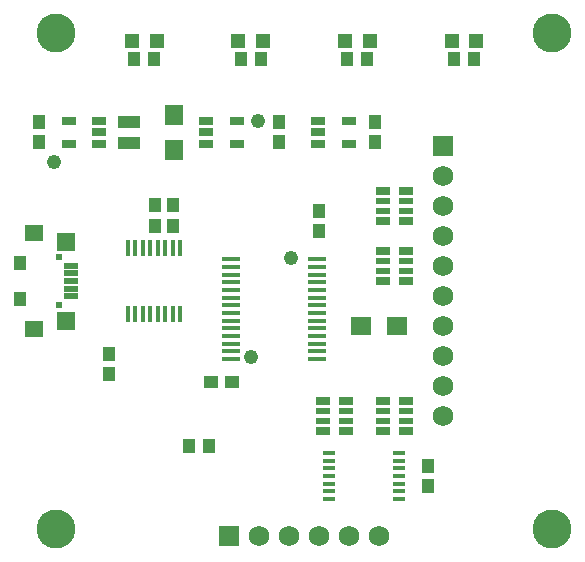
<source format=gts>
G75*
%MOIN*%
%OFA0B0*%
%FSLAX25Y25*%
%IPPOS*%
%LPD*%
%AMOC8*
5,1,8,0,0,1.08239X$1,22.5*
%
%ADD10R,0.04337X0.04731*%
%ADD11R,0.05124X0.05124*%
%ADD12R,0.04731X0.04337*%
%ADD13R,0.06699X0.05912*%
%ADD14R,0.07408X0.04416*%
%ADD15R,0.05912X0.06699*%
%ADD16R,0.03937X0.01772*%
%ADD17R,0.04928X0.02132*%
%ADD18R,0.04928X0.02880*%
%ADD19R,0.05900X0.01770*%
%ADD20R,0.05124X0.02565*%
%ADD21R,0.01660X0.05361*%
%ADD22C,0.12998*%
%ADD23R,0.06306X0.05715*%
%ADD24R,0.05912X0.05912*%
%ADD25R,0.05124X0.01975*%
%ADD26C,0.02369*%
%ADD27R,0.06825X0.06825*%
%ADD28C,0.06825*%
%ADD29R,0.06837X0.06837*%
%ADD30C,0.06837*%
%ADD31C,0.04900*%
D10*
X0116197Y0106500D03*
X0122890Y0106500D03*
X0089543Y0130654D03*
X0089543Y0137346D03*
X0060016Y0155594D03*
X0060016Y0167406D03*
X0104856Y0180029D03*
X0110793Y0180029D03*
X0110793Y0186721D03*
X0104856Y0186721D03*
X0066165Y0207738D03*
X0066165Y0214431D03*
X0097902Y0235516D03*
X0104594Y0235516D03*
X0133433Y0235516D03*
X0140126Y0235516D03*
X0146165Y0214431D03*
X0146165Y0207738D03*
X0159543Y0184846D03*
X0159543Y0178154D03*
X0178043Y0207738D03*
X0178043Y0214431D03*
X0175657Y0235516D03*
X0168965Y0235516D03*
X0204492Y0235516D03*
X0211185Y0235516D03*
X0195793Y0099846D03*
X0195793Y0093154D03*
D11*
X0203705Y0241500D03*
X0211972Y0241500D03*
X0176445Y0241500D03*
X0168177Y0241500D03*
X0140913Y0241500D03*
X0132646Y0241500D03*
X0105382Y0241500D03*
X0097114Y0241500D03*
D12*
X0123697Y0127712D03*
X0130390Y0127712D03*
D13*
X0173638Y0146500D03*
X0185449Y0146500D03*
D14*
X0096165Y0207581D03*
X0096165Y0214589D03*
D15*
X0111165Y0216990D03*
X0111165Y0205179D03*
D16*
X0163028Y0104177D03*
X0163028Y0101618D03*
X0163028Y0099059D03*
X0163028Y0096500D03*
X0163028Y0093941D03*
X0163028Y0091382D03*
X0163028Y0088823D03*
X0186059Y0088823D03*
X0186059Y0091382D03*
X0186059Y0093941D03*
X0186059Y0096500D03*
X0186059Y0099059D03*
X0186059Y0101618D03*
X0186059Y0104177D03*
D17*
X0188382Y0114925D03*
X0188382Y0118075D03*
X0180705Y0118075D03*
X0180705Y0114925D03*
X0168382Y0114925D03*
X0168382Y0118075D03*
X0160705Y0118075D03*
X0160705Y0114925D03*
X0180705Y0164925D03*
X0180705Y0168075D03*
X0188382Y0168075D03*
X0188382Y0164925D03*
X0188382Y0184925D03*
X0188382Y0188075D03*
X0180705Y0188075D03*
X0180705Y0184925D03*
D18*
X0180705Y0181402D03*
X0188382Y0181402D03*
X0188382Y0171598D03*
X0180705Y0171598D03*
X0180705Y0161402D03*
X0188382Y0161402D03*
X0188382Y0191598D03*
X0180705Y0191598D03*
X0180705Y0121598D03*
X0188382Y0121598D03*
X0188382Y0111402D03*
X0180705Y0111402D03*
X0168382Y0111402D03*
X0160705Y0111402D03*
X0160705Y0121598D03*
X0168382Y0121598D03*
D19*
X0158937Y0135491D03*
X0158937Y0138050D03*
X0158937Y0140609D03*
X0158937Y0143168D03*
X0158937Y0145727D03*
X0158937Y0148286D03*
X0158937Y0150845D03*
X0158937Y0153405D03*
X0158937Y0155964D03*
X0158937Y0158523D03*
X0158937Y0161082D03*
X0158937Y0163641D03*
X0158937Y0166200D03*
X0158937Y0168759D03*
X0130150Y0168759D03*
X0130150Y0166200D03*
X0130150Y0163641D03*
X0130150Y0161082D03*
X0130150Y0158523D03*
X0130150Y0155964D03*
X0130150Y0153405D03*
X0130150Y0150845D03*
X0130150Y0148286D03*
X0130150Y0145727D03*
X0130150Y0143168D03*
X0130150Y0140609D03*
X0130150Y0138050D03*
X0130150Y0135491D03*
D20*
X0132161Y0207344D03*
X0121925Y0207344D03*
X0121925Y0211085D03*
X0121925Y0214825D03*
X0132161Y0214825D03*
X0159157Y0214825D03*
X0159157Y0211085D03*
X0159157Y0207344D03*
X0169394Y0207344D03*
X0169394Y0214825D03*
X0086283Y0214825D03*
X0086283Y0211085D03*
X0086283Y0207344D03*
X0076047Y0207344D03*
X0076047Y0214825D03*
D21*
X0095791Y0172441D03*
X0098291Y0172441D03*
X0100791Y0172441D03*
X0103291Y0172441D03*
X0105791Y0172441D03*
X0108291Y0172441D03*
X0110791Y0172441D03*
X0113291Y0172441D03*
X0113291Y0150559D03*
X0110791Y0150559D03*
X0108291Y0150559D03*
X0105791Y0150559D03*
X0103291Y0150559D03*
X0100791Y0150559D03*
X0098291Y0150559D03*
X0095791Y0150559D03*
D22*
X0071866Y0078823D03*
X0237220Y0078823D03*
X0237220Y0244177D03*
X0071866Y0244177D03*
D23*
X0064543Y0177543D03*
X0064543Y0145457D03*
D24*
X0075173Y0148311D03*
X0075173Y0174689D03*
D25*
X0076984Y0166618D03*
X0076984Y0164059D03*
X0076984Y0161500D03*
X0076984Y0158941D03*
X0076984Y0156382D03*
D26*
X0073008Y0153626D03*
X0073008Y0169374D03*
D27*
X0129543Y0076500D03*
D28*
X0139543Y0076500D03*
X0149543Y0076500D03*
X0159543Y0076500D03*
X0169543Y0076500D03*
X0179543Y0076500D03*
D29*
X0200961Y0206500D03*
D30*
X0200961Y0196500D03*
X0200961Y0186500D03*
X0200961Y0176500D03*
X0200961Y0166500D03*
X0200961Y0156500D03*
X0200961Y0146500D03*
X0200961Y0136500D03*
X0200961Y0126500D03*
X0200961Y0116500D03*
D31*
X0136731Y0136313D03*
X0150043Y0169125D03*
X0139291Y0214835D03*
X0071106Y0201062D03*
M02*

</source>
